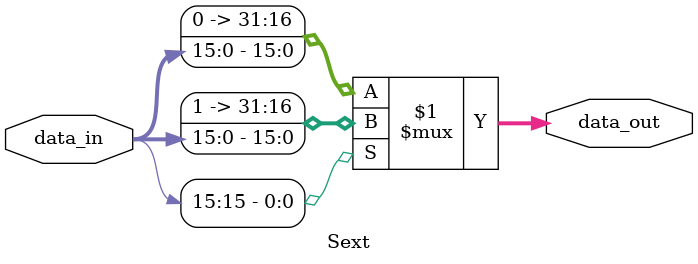
<source format=v>
`timescale 1ns / 1ps 


module Sext(
           input [15: 0] data_in,
           output [31: 0] data_out
       );

assign data_out = data_in[15] ?
       {16'hffff, data_in} : {16'h0000, data_in};


endmodule

</source>
